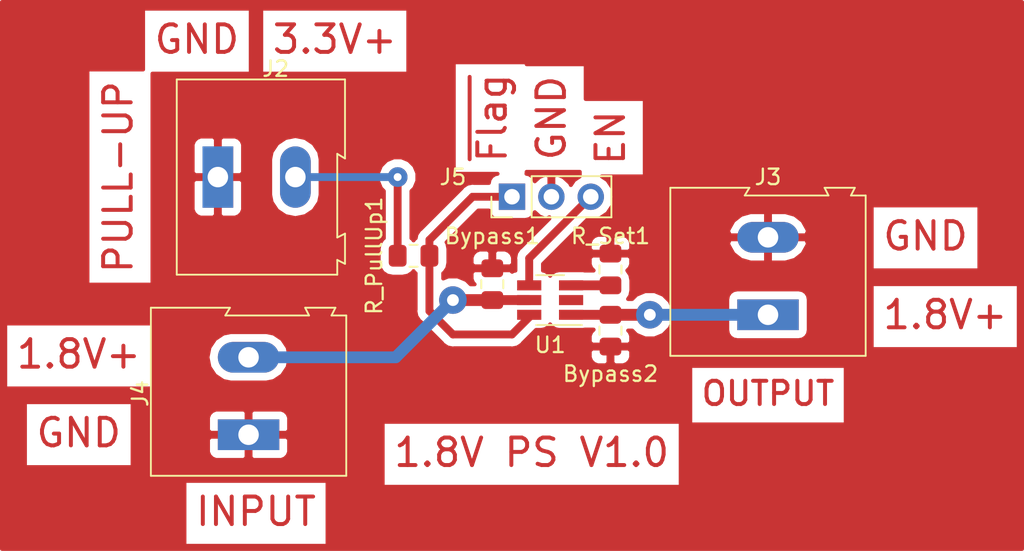
<source format=kicad_pcb>
(kicad_pcb (version 20171130) (host pcbnew "(5.0.2)-1")

  (general
    (thickness 1.6)
    (drawings 13)
    (tracks 23)
    (zones 0)
    (modules 9)
    (nets 8)
  )

  (page A4)
  (layers
    (0 F.Cu signal)
    (31 B.Cu signal)
    (32 B.Adhes user)
    (33 F.Adhes user)
    (34 B.Paste user hide)
    (35 F.Paste user hide)
    (36 B.SilkS user hide)
    (37 F.SilkS user hide)
    (38 B.Mask user hide)
    (39 F.Mask user hide)
    (40 Dwgs.User user hide)
    (41 Cmts.User user hide)
    (42 Eco1.User user hide)
    (43 Eco2.User user hide)
    (44 Edge.Cuts user hide)
    (45 Margin user hide)
    (46 B.CrtYd user)
    (47 F.CrtYd user)
    (48 B.Fab user)
    (49 F.Fab user hide)
  )

  (setup
    (last_trace_width 0.25)
    (trace_clearance 0.2)
    (zone_clearance 0.508)
    (zone_45_only no)
    (trace_min 0.2)
    (segment_width 0.2)
    (edge_width 0.15)
    (via_size 0.8)
    (via_drill 0.4)
    (via_min_size 0.4)
    (via_min_drill 0.3)
    (uvia_size 0.3)
    (uvia_drill 0.1)
    (uvias_allowed no)
    (uvia_min_size 0.2)
    (uvia_min_drill 0.1)
    (pcb_text_width 0.3)
    (pcb_text_size 1.5 1.5)
    (mod_edge_width 0.15)
    (mod_text_size 1 1)
    (mod_text_width 0.15)
    (pad_size 1.524 1.524)
    (pad_drill 0.762)
    (pad_to_mask_clearance 0.051)
    (solder_mask_min_width 0.25)
    (aux_axis_origin 0 0)
    (visible_elements 7FFFFFFF)
    (pcbplotparams
      (layerselection 0x01000_ffffffff)
      (usegerberextensions false)
      (usegerberattributes false)
      (usegerberadvancedattributes false)
      (creategerberjobfile false)
      (excludeedgelayer true)
      (linewidth 0.100000)
      (plotframeref false)
      (viasonmask false)
      (mode 1)
      (useauxorigin false)
      (hpglpennumber 1)
      (hpglpenspeed 20)
      (hpglpendiameter 15.000000)
      (psnegative false)
      (psa4output false)
      (plotreference true)
      (plotvalue true)
      (plotinvisibletext false)
      (padsonsilk false)
      (subtractmaskfromsilk false)
      (outputformat 1)
      (mirror false)
      (drillshape 0)
      (scaleselection 1)
      (outputdirectory "E:/Power Switch A Drills/"))
  )

  (net 0 "")
  (net 1 GND)
  (net 2 "Net-(J2-Pad2)")
  (net 3 "Net-(R_Set1-Pad1)")
  (net 4 "Net-(J5-Pad1)")
  (net 5 "Net-(J5-Pad3)")
  (net 6 "Net-(Bypass1-Pad2)")
  (net 7 "Net-(Bypass2-Pad2)")

  (net_class Default "This is the default net class."
    (clearance 0.2)
    (trace_width 0.25)
    (via_dia 0.8)
    (via_drill 0.4)
    (uvia_dia 0.3)
    (uvia_drill 0.1)
    (add_net GND)
    (add_net "Net-(Bypass1-Pad2)")
    (add_net "Net-(Bypass2-Pad2)")
    (add_net "Net-(J2-Pad2)")
    (add_net "Net-(J5-Pad1)")
    (add_net "Net-(J5-Pad3)")
    (add_net "Net-(R_Set1-Pad1)")
  )

  (module TerminalBlock:TerminalBlock_Altech_AK300-2_P5.00mm (layer F.Cu) (tedit 59FF0306) (tstamp 5CBABBED)
    (at 104.22 90.17)
    (descr "Altech AK300 terminal block, pitch 5.0mm, 45 degree angled, see http://www.mouser.com/ds/2/16/PCBMETRC-24178.pdf")
    (tags "Altech AK300 terminal block pitch 5.0mm")
    (path /5CAE3D59)
    (fp_text reference J2 (at 3.73 -6.99) (layer F.SilkS)
      (effects (font (size 1 1) (thickness 0.15)))
    )
    (fp_text value Screw_Terminal_01x02 (at 2.78 7.75) (layer F.Fab)
      (effects (font (size 1 1) (thickness 0.15)))
    )
    (fp_text user %R (at 2.5 -2) (layer F.Fab)
      (effects (font (size 1 1) (thickness 0.15)))
    )
    (fp_line (start -2.65 -6.3) (end -2.65 6.3) (layer F.SilkS) (width 0.12))
    (fp_line (start -2.65 6.3) (end 7.7 6.3) (layer F.SilkS) (width 0.12))
    (fp_line (start 7.7 6.3) (end 7.7 5.35) (layer F.SilkS) (width 0.12))
    (fp_line (start 7.7 5.35) (end 8.2 5.6) (layer F.SilkS) (width 0.12))
    (fp_line (start 8.2 5.6) (end 8.2 3.7) (layer F.SilkS) (width 0.12))
    (fp_line (start 8.2 3.7) (end 8.2 3.65) (layer F.SilkS) (width 0.12))
    (fp_line (start 8.2 3.65) (end 7.7 3.9) (layer F.SilkS) (width 0.12))
    (fp_line (start 7.7 3.9) (end 7.7 -1.5) (layer F.SilkS) (width 0.12))
    (fp_line (start 7.7 -1.5) (end 8.2 -1.2) (layer F.SilkS) (width 0.12))
    (fp_line (start 8.2 -1.2) (end 8.2 -6.3) (layer F.SilkS) (width 0.12))
    (fp_line (start 8.2 -6.3) (end -2.65 -6.3) (layer F.SilkS) (width 0.12))
    (fp_line (start -1.26 2.54) (end 1.28 2.54) (layer F.Fab) (width 0.1))
    (fp_line (start 1.28 2.54) (end 1.28 -0.25) (layer F.Fab) (width 0.1))
    (fp_line (start -1.26 -0.25) (end 1.28 -0.25) (layer F.Fab) (width 0.1))
    (fp_line (start -1.26 2.54) (end -1.26 -0.25) (layer F.Fab) (width 0.1))
    (fp_line (start 3.74 2.54) (end 6.28 2.54) (layer F.Fab) (width 0.1))
    (fp_line (start 6.28 2.54) (end 6.28 -0.25) (layer F.Fab) (width 0.1))
    (fp_line (start 3.74 -0.25) (end 6.28 -0.25) (layer F.Fab) (width 0.1))
    (fp_line (start 3.74 2.54) (end 3.74 -0.25) (layer F.Fab) (width 0.1))
    (fp_line (start 7.61 -6.22) (end 7.61 -3.17) (layer F.Fab) (width 0.1))
    (fp_line (start 7.61 -6.22) (end -2.58 -6.22) (layer F.Fab) (width 0.1))
    (fp_line (start 7.61 -6.22) (end 8.11 -6.22) (layer F.Fab) (width 0.1))
    (fp_line (start 8.11 -6.22) (end 8.11 -1.4) (layer F.Fab) (width 0.1))
    (fp_line (start 8.11 -1.4) (end 7.61 -1.65) (layer F.Fab) (width 0.1))
    (fp_line (start 8.11 5.46) (end 7.61 5.21) (layer F.Fab) (width 0.1))
    (fp_line (start 7.61 5.21) (end 7.61 6.22) (layer F.Fab) (width 0.1))
    (fp_line (start 8.11 3.81) (end 7.61 4.06) (layer F.Fab) (width 0.1))
    (fp_line (start 7.61 4.06) (end 7.61 5.21) (layer F.Fab) (width 0.1))
    (fp_line (start 8.11 3.81) (end 8.11 5.46) (layer F.Fab) (width 0.1))
    (fp_line (start 2.98 6.22) (end 2.98 4.32) (layer F.Fab) (width 0.1))
    (fp_line (start 7.05 -0.25) (end 7.05 4.32) (layer F.Fab) (width 0.1))
    (fp_line (start 2.98 6.22) (end 7.05 6.22) (layer F.Fab) (width 0.1))
    (fp_line (start 7.05 6.22) (end 7.61 6.22) (layer F.Fab) (width 0.1))
    (fp_line (start 2.04 6.22) (end 2.04 4.32) (layer F.Fab) (width 0.1))
    (fp_line (start 2.04 6.22) (end 2.98 6.22) (layer F.Fab) (width 0.1))
    (fp_line (start -2.02 -0.25) (end -2.02 4.32) (layer F.Fab) (width 0.1))
    (fp_line (start -2.58 6.22) (end -2.02 6.22) (layer F.Fab) (width 0.1))
    (fp_line (start -2.02 6.22) (end 2.04 6.22) (layer F.Fab) (width 0.1))
    (fp_line (start 2.98 4.32) (end 7.05 4.32) (layer F.Fab) (width 0.1))
    (fp_line (start 2.98 4.32) (end 2.98 -0.25) (layer F.Fab) (width 0.1))
    (fp_line (start 7.05 4.32) (end 7.05 6.22) (layer F.Fab) (width 0.1))
    (fp_line (start 2.04 4.32) (end -2.02 4.32) (layer F.Fab) (width 0.1))
    (fp_line (start 2.04 4.32) (end 2.04 -0.25) (layer F.Fab) (width 0.1))
    (fp_line (start -2.02 4.32) (end -2.02 6.22) (layer F.Fab) (width 0.1))
    (fp_line (start 6.67 3.68) (end 6.67 0.51) (layer F.Fab) (width 0.1))
    (fp_line (start 6.67 3.68) (end 3.36 3.68) (layer F.Fab) (width 0.1))
    (fp_line (start 3.36 3.68) (end 3.36 0.51) (layer F.Fab) (width 0.1))
    (fp_line (start 1.66 3.68) (end 1.66 0.51) (layer F.Fab) (width 0.1))
    (fp_line (start 1.66 3.68) (end -1.64 3.68) (layer F.Fab) (width 0.1))
    (fp_line (start -1.64 3.68) (end -1.64 0.51) (layer F.Fab) (width 0.1))
    (fp_line (start -1.64 0.51) (end -1.26 0.51) (layer F.Fab) (width 0.1))
    (fp_line (start 1.66 0.51) (end 1.28 0.51) (layer F.Fab) (width 0.1))
    (fp_line (start 3.36 0.51) (end 3.74 0.51) (layer F.Fab) (width 0.1))
    (fp_line (start 6.67 0.51) (end 6.28 0.51) (layer F.Fab) (width 0.1))
    (fp_line (start -2.58 6.22) (end -2.58 -0.64) (layer F.Fab) (width 0.1))
    (fp_line (start -2.58 -0.64) (end -2.58 -3.17) (layer F.Fab) (width 0.1))
    (fp_line (start 7.61 -1.65) (end 7.61 -0.64) (layer F.Fab) (width 0.1))
    (fp_line (start 7.61 -0.64) (end 7.61 4.06) (layer F.Fab) (width 0.1))
    (fp_line (start -2.58 -3.17) (end 7.61 -3.17) (layer F.Fab) (width 0.1))
    (fp_line (start -2.58 -3.17) (end -2.58 -6.22) (layer F.Fab) (width 0.1))
    (fp_line (start 7.61 -3.17) (end 7.61 -1.65) (layer F.Fab) (width 0.1))
    (fp_line (start 2.98 -3.43) (end 2.98 -5.97) (layer F.Fab) (width 0.1))
    (fp_line (start 2.98 -5.97) (end 7.05 -5.97) (layer F.Fab) (width 0.1))
    (fp_line (start 7.05 -5.97) (end 7.05 -3.43) (layer F.Fab) (width 0.1))
    (fp_line (start 7.05 -3.43) (end 2.98 -3.43) (layer F.Fab) (width 0.1))
    (fp_line (start 2.04 -3.43) (end 2.04 -5.97) (layer F.Fab) (width 0.1))
    (fp_line (start 2.04 -3.43) (end -2.02 -3.43) (layer F.Fab) (width 0.1))
    (fp_line (start -2.02 -3.43) (end -2.02 -5.97) (layer F.Fab) (width 0.1))
    (fp_line (start 2.04 -5.97) (end -2.02 -5.97) (layer F.Fab) (width 0.1))
    (fp_line (start 3.39 -4.45) (end 6.44 -5.08) (layer F.Fab) (width 0.1))
    (fp_line (start 3.52 -4.32) (end 6.56 -4.95) (layer F.Fab) (width 0.1))
    (fp_line (start -1.62 -4.45) (end 1.44 -5.08) (layer F.Fab) (width 0.1))
    (fp_line (start -1.49 -4.32) (end 1.56 -4.95) (layer F.Fab) (width 0.1))
    (fp_line (start -2.02 -0.25) (end -1.64 -0.25) (layer F.Fab) (width 0.1))
    (fp_line (start 2.04 -0.25) (end 1.66 -0.25) (layer F.Fab) (width 0.1))
    (fp_line (start 1.66 -0.25) (end -1.64 -0.25) (layer F.Fab) (width 0.1))
    (fp_line (start -2.58 -0.64) (end -1.64 -0.64) (layer F.Fab) (width 0.1))
    (fp_line (start -1.64 -0.64) (end 1.66 -0.64) (layer F.Fab) (width 0.1))
    (fp_line (start 1.66 -0.64) (end 3.36 -0.64) (layer F.Fab) (width 0.1))
    (fp_line (start 7.61 -0.64) (end 6.67 -0.64) (layer F.Fab) (width 0.1))
    (fp_line (start 6.67 -0.64) (end 3.36 -0.64) (layer F.Fab) (width 0.1))
    (fp_line (start 7.05 -0.25) (end 6.67 -0.25) (layer F.Fab) (width 0.1))
    (fp_line (start 2.98 -0.25) (end 3.36 -0.25) (layer F.Fab) (width 0.1))
    (fp_line (start 3.36 -0.25) (end 6.67 -0.25) (layer F.Fab) (width 0.1))
    (fp_line (start -2.83 -6.47) (end 8.36 -6.47) (layer F.CrtYd) (width 0.05))
    (fp_line (start -2.83 -6.47) (end -2.83 6.47) (layer F.CrtYd) (width 0.05))
    (fp_line (start 8.36 6.47) (end 8.36 -6.47) (layer F.CrtYd) (width 0.05))
    (fp_line (start 8.36 6.47) (end -2.83 6.47) (layer F.CrtYd) (width 0.05))
    (fp_arc (start 6.03 -4.59) (end 6.54 -5.05) (angle 90.5) (layer F.Fab) (width 0.1))
    (fp_arc (start 5.07 -6.07) (end 6.53 -4.12) (angle 75.5) (layer F.Fab) (width 0.1))
    (fp_arc (start 4.99 -3.71) (end 3.39 -5) (angle 100) (layer F.Fab) (width 0.1))
    (fp_arc (start 3.87 -4.65) (end 3.58 -4.13) (angle 104.2) (layer F.Fab) (width 0.1))
    (fp_arc (start 1.03 -4.59) (end 1.53 -5.05) (angle 90.5) (layer F.Fab) (width 0.1))
    (fp_arc (start 0.06 -6.07) (end 1.53 -4.12) (angle 75.5) (layer F.Fab) (width 0.1))
    (fp_arc (start -0.01 -3.71) (end -1.62 -5) (angle 100) (layer F.Fab) (width 0.1))
    (fp_arc (start -1.13 -4.65) (end -1.42 -4.13) (angle 104.2) (layer F.Fab) (width 0.1))
    (pad 1 thru_hole rect (at 0 0) (size 1.98 3.96) (drill 1.32) (layers *.Cu *.Mask)
      (net 1 GND))
    (pad 2 thru_hole oval (at 5 0) (size 1.98 3.96) (drill 1.32) (layers *.Cu *.Mask)
      (net 2 "Net-(J2-Pad2)"))
    (model ${KISYS3DMOD}/TerminalBlock.3dshapes/TerminalBlock_Altech_AK300-2_P5.00mm.wrl
      (at (xyz 0 0 0))
      (scale (xyz 1 1 1))
      (rotate (xyz 0 0 0))
    )
  )

  (module TerminalBlock:TerminalBlock_Altech_AK300-2_P5.00mm (layer F.Cu) (tedit 59FF0306) (tstamp 5CBABC54)
    (at 139.7 99.06 90)
    (descr "Altech AK300 terminal block, pitch 5.0mm, 45 degree angled, see http://www.mouser.com/ds/2/16/PCBMETRC-24178.pdf")
    (tags "Altech AK300 terminal block pitch 5.0mm")
    (path /5CAE2D19)
    (fp_text reference J3 (at 8.89 0 180) (layer F.SilkS)
      (effects (font (size 1 1) (thickness 0.15)))
    )
    (fp_text value Screw_Terminal_01x02 (at 2.78 7.75 90) (layer F.Fab)
      (effects (font (size 1 1) (thickness 0.15)))
    )
    (fp_text user %R (at 2.5 -2 90) (layer F.Fab)
      (effects (font (size 1 1) (thickness 0.15)))
    )
    (fp_line (start -2.65 -6.3) (end -2.65 6.3) (layer F.SilkS) (width 0.12))
    (fp_line (start -2.65 6.3) (end 7.7 6.3) (layer F.SilkS) (width 0.12))
    (fp_line (start 7.7 6.3) (end 7.7 5.35) (layer F.SilkS) (width 0.12))
    (fp_line (start 7.7 5.35) (end 8.2 5.6) (layer F.SilkS) (width 0.12))
    (fp_line (start 8.2 5.6) (end 8.2 3.7) (layer F.SilkS) (width 0.12))
    (fp_line (start 8.2 3.7) (end 8.2 3.65) (layer F.SilkS) (width 0.12))
    (fp_line (start 8.2 3.65) (end 7.7 3.9) (layer F.SilkS) (width 0.12))
    (fp_line (start 7.7 3.9) (end 7.7 -1.5) (layer F.SilkS) (width 0.12))
    (fp_line (start 7.7 -1.5) (end 8.2 -1.2) (layer F.SilkS) (width 0.12))
    (fp_line (start 8.2 -1.2) (end 8.2 -6.3) (layer F.SilkS) (width 0.12))
    (fp_line (start 8.2 -6.3) (end -2.65 -6.3) (layer F.SilkS) (width 0.12))
    (fp_line (start -1.26 2.54) (end 1.28 2.54) (layer F.Fab) (width 0.1))
    (fp_line (start 1.28 2.54) (end 1.28 -0.25) (layer F.Fab) (width 0.1))
    (fp_line (start -1.26 -0.25) (end 1.28 -0.25) (layer F.Fab) (width 0.1))
    (fp_line (start -1.26 2.54) (end -1.26 -0.25) (layer F.Fab) (width 0.1))
    (fp_line (start 3.74 2.54) (end 6.28 2.54) (layer F.Fab) (width 0.1))
    (fp_line (start 6.28 2.54) (end 6.28 -0.25) (layer F.Fab) (width 0.1))
    (fp_line (start 3.74 -0.25) (end 6.28 -0.25) (layer F.Fab) (width 0.1))
    (fp_line (start 3.74 2.54) (end 3.74 -0.25) (layer F.Fab) (width 0.1))
    (fp_line (start 7.61 -6.22) (end 7.61 -3.17) (layer F.Fab) (width 0.1))
    (fp_line (start 7.61 -6.22) (end -2.58 -6.22) (layer F.Fab) (width 0.1))
    (fp_line (start 7.61 -6.22) (end 8.11 -6.22) (layer F.Fab) (width 0.1))
    (fp_line (start 8.11 -6.22) (end 8.11 -1.4) (layer F.Fab) (width 0.1))
    (fp_line (start 8.11 -1.4) (end 7.61 -1.65) (layer F.Fab) (width 0.1))
    (fp_line (start 8.11 5.46) (end 7.61 5.21) (layer F.Fab) (width 0.1))
    (fp_line (start 7.61 5.21) (end 7.61 6.22) (layer F.Fab) (width 0.1))
    (fp_line (start 8.11 3.81) (end 7.61 4.06) (layer F.Fab) (width 0.1))
    (fp_line (start 7.61 4.06) (end 7.61 5.21) (layer F.Fab) (width 0.1))
    (fp_line (start 8.11 3.81) (end 8.11 5.46) (layer F.Fab) (width 0.1))
    (fp_line (start 2.98 6.22) (end 2.98 4.32) (layer F.Fab) (width 0.1))
    (fp_line (start 7.05 -0.25) (end 7.05 4.32) (layer F.Fab) (width 0.1))
    (fp_line (start 2.98 6.22) (end 7.05 6.22) (layer F.Fab) (width 0.1))
    (fp_line (start 7.05 6.22) (end 7.61 6.22) (layer F.Fab) (width 0.1))
    (fp_line (start 2.04 6.22) (end 2.04 4.32) (layer F.Fab) (width 0.1))
    (fp_line (start 2.04 6.22) (end 2.98 6.22) (layer F.Fab) (width 0.1))
    (fp_line (start -2.02 -0.25) (end -2.02 4.32) (layer F.Fab) (width 0.1))
    (fp_line (start -2.58 6.22) (end -2.02 6.22) (layer F.Fab) (width 0.1))
    (fp_line (start -2.02 6.22) (end 2.04 6.22) (layer F.Fab) (width 0.1))
    (fp_line (start 2.98 4.32) (end 7.05 4.32) (layer F.Fab) (width 0.1))
    (fp_line (start 2.98 4.32) (end 2.98 -0.25) (layer F.Fab) (width 0.1))
    (fp_line (start 7.05 4.32) (end 7.05 6.22) (layer F.Fab) (width 0.1))
    (fp_line (start 2.04 4.32) (end -2.02 4.32) (layer F.Fab) (width 0.1))
    (fp_line (start 2.04 4.32) (end 2.04 -0.25) (layer F.Fab) (width 0.1))
    (fp_line (start -2.02 4.32) (end -2.02 6.22) (layer F.Fab) (width 0.1))
    (fp_line (start 6.67 3.68) (end 6.67 0.51) (layer F.Fab) (width 0.1))
    (fp_line (start 6.67 3.68) (end 3.36 3.68) (layer F.Fab) (width 0.1))
    (fp_line (start 3.36 3.68) (end 3.36 0.51) (layer F.Fab) (width 0.1))
    (fp_line (start 1.66 3.68) (end 1.66 0.51) (layer F.Fab) (width 0.1))
    (fp_line (start 1.66 3.68) (end -1.64 3.68) (layer F.Fab) (width 0.1))
    (fp_line (start -1.64 3.68) (end -1.64 0.51) (layer F.Fab) (width 0.1))
    (fp_line (start -1.64 0.51) (end -1.26 0.51) (layer F.Fab) (width 0.1))
    (fp_line (start 1.66 0.51) (end 1.28 0.51) (layer F.Fab) (width 0.1))
    (fp_line (start 3.36 0.51) (end 3.74 0.51) (layer F.Fab) (width 0.1))
    (fp_line (start 6.67 0.51) (end 6.28 0.51) (layer F.Fab) (width 0.1))
    (fp_line (start -2.58 6.22) (end -2.58 -0.64) (layer F.Fab) (width 0.1))
    (fp_line (start -2.58 -0.64) (end -2.58 -3.17) (layer F.Fab) (width 0.1))
    (fp_line (start 7.61 -1.65) (end 7.61 -0.64) (layer F.Fab) (width 0.1))
    (fp_line (start 7.61 -0.64) (end 7.61 4.06) (layer F.Fab) (width 0.1))
    (fp_line (start -2.58 -3.17) (end 7.61 -3.17) (layer F.Fab) (width 0.1))
    (fp_line (start -2.58 -3.17) (end -2.58 -6.22) (layer F.Fab) (width 0.1))
    (fp_line (start 7.61 -3.17) (end 7.61 -1.65) (layer F.Fab) (width 0.1))
    (fp_line (start 2.98 -3.43) (end 2.98 -5.97) (layer F.Fab) (width 0.1))
    (fp_line (start 2.98 -5.97) (end 7.05 -5.97) (layer F.Fab) (width 0.1))
    (fp_line (start 7.05 -5.97) (end 7.05 -3.43) (layer F.Fab) (width 0.1))
    (fp_line (start 7.05 -3.43) (end 2.98 -3.43) (layer F.Fab) (width 0.1))
    (fp_line (start 2.04 -3.43) (end 2.04 -5.97) (layer F.Fab) (width 0.1))
    (fp_line (start 2.04 -3.43) (end -2.02 -3.43) (layer F.Fab) (width 0.1))
    (fp_line (start -2.02 -3.43) (end -2.02 -5.97) (layer F.Fab) (width 0.1))
    (fp_line (start 2.04 -5.97) (end -2.02 -5.97) (layer F.Fab) (width 0.1))
    (fp_line (start 3.39 -4.45) (end 6.44 -5.08) (layer F.Fab) (width 0.1))
    (fp_line (start 3.52 -4.32) (end 6.56 -4.95) (layer F.Fab) (width 0.1))
    (fp_line (start -1.62 -4.45) (end 1.44 -5.08) (layer F.Fab) (width 0.1))
    (fp_line (start -1.49 -4.32) (end 1.56 -4.95) (layer F.Fab) (width 0.1))
    (fp_line (start -2.02 -0.25) (end -1.64 -0.25) (layer F.Fab) (width 0.1))
    (fp_line (start 2.04 -0.25) (end 1.66 -0.25) (layer F.Fab) (width 0.1))
    (fp_line (start 1.66 -0.25) (end -1.64 -0.25) (layer F.Fab) (width 0.1))
    (fp_line (start -2.58 -0.64) (end -1.64 -0.64) (layer F.Fab) (width 0.1))
    (fp_line (start -1.64 -0.64) (end 1.66 -0.64) (layer F.Fab) (width 0.1))
    (fp_line (start 1.66 -0.64) (end 3.36 -0.64) (layer F.Fab) (width 0.1))
    (fp_line (start 7.61 -0.64) (end 6.67 -0.64) (layer F.Fab) (width 0.1))
    (fp_line (start 6.67 -0.64) (end 3.36 -0.64) (layer F.Fab) (width 0.1))
    (fp_line (start 7.05 -0.25) (end 6.67 -0.25) (layer F.Fab) (width 0.1))
    (fp_line (start 2.98 -0.25) (end 3.36 -0.25) (layer F.Fab) (width 0.1))
    (fp_line (start 3.36 -0.25) (end 6.67 -0.25) (layer F.Fab) (width 0.1))
    (fp_line (start -2.83 -6.47) (end 8.36 -6.47) (layer F.CrtYd) (width 0.05))
    (fp_line (start -2.83 -6.47) (end -2.83 6.47) (layer F.CrtYd) (width 0.05))
    (fp_line (start 8.36 6.47) (end 8.36 -6.47) (layer F.CrtYd) (width 0.05))
    (fp_line (start 8.36 6.47) (end -2.83 6.47) (layer F.CrtYd) (width 0.05))
    (fp_arc (start 6.03 -4.59) (end 6.54 -5.05) (angle 90.5) (layer F.Fab) (width 0.1))
    (fp_arc (start 5.07 -6.07) (end 6.53 -4.12) (angle 75.5) (layer F.Fab) (width 0.1))
    (fp_arc (start 4.99 -3.71) (end 3.39 -5) (angle 100) (layer F.Fab) (width 0.1))
    (fp_arc (start 3.87 -4.65) (end 3.58 -4.13) (angle 104.2) (layer F.Fab) (width 0.1))
    (fp_arc (start 1.03 -4.59) (end 1.53 -5.05) (angle 90.5) (layer F.Fab) (width 0.1))
    (fp_arc (start 0.06 -6.07) (end 1.53 -4.12) (angle 75.5) (layer F.Fab) (width 0.1))
    (fp_arc (start -0.01 -3.71) (end -1.62 -5) (angle 100) (layer F.Fab) (width 0.1))
    (fp_arc (start -1.13 -4.65) (end -1.42 -4.13) (angle 104.2) (layer F.Fab) (width 0.1))
    (pad 1 thru_hole rect (at 0 0 90) (size 1.98 3.96) (drill 1.32) (layers *.Cu *.Mask)
      (net 7 "Net-(Bypass2-Pad2)"))
    (pad 2 thru_hole oval (at 5 0 90) (size 1.98 3.96) (drill 1.32) (layers *.Cu *.Mask)
      (net 1 GND))
    (model ${KISYS3DMOD}/TerminalBlock.3dshapes/TerminalBlock_Altech_AK300-2_P5.00mm.wrl
      (at (xyz 0 0 0))
      (scale (xyz 1 1 1))
      (rotate (xyz 0 0 0))
    )
  )

  (module TerminalBlock:TerminalBlock_Altech_AK300-2_P5.00mm (layer F.Cu) (tedit 59FF0306) (tstamp 5CBABCBB)
    (at 106.200286 106.804057 90)
    (descr "Altech AK300 terminal block, pitch 5.0mm, 45 degree angled, see http://www.mouser.com/ds/2/16/PCBMETRC-24178.pdf")
    (tags "Altech AK300 terminal block pitch 5.0mm")
    (path /5CAE3927)
    (fp_text reference J4 (at 2.664057 -6.99 90) (layer F.SilkS)
      (effects (font (size 1 1) (thickness 0.15)))
    )
    (fp_text value Screw_Terminal_01x02 (at 2.78 7.75 90) (layer F.Fab)
      (effects (font (size 1 1) (thickness 0.15)))
    )
    (fp_arc (start -1.13 -4.65) (end -1.42 -4.13) (angle 104.2) (layer F.Fab) (width 0.1))
    (fp_arc (start -0.01 -3.71) (end -1.62 -5) (angle 100) (layer F.Fab) (width 0.1))
    (fp_arc (start 0.06 -6.07) (end 1.53 -4.12) (angle 75.5) (layer F.Fab) (width 0.1))
    (fp_arc (start 1.03 -4.59) (end 1.53 -5.05) (angle 90.5) (layer F.Fab) (width 0.1))
    (fp_arc (start 3.87 -4.65) (end 3.58 -4.13) (angle 104.2) (layer F.Fab) (width 0.1))
    (fp_arc (start 4.99 -3.71) (end 3.39 -5) (angle 100) (layer F.Fab) (width 0.1))
    (fp_arc (start 5.07 -6.07) (end 6.53 -4.12) (angle 75.5) (layer F.Fab) (width 0.1))
    (fp_arc (start 6.03 -4.59) (end 6.54 -5.05) (angle 90.5) (layer F.Fab) (width 0.1))
    (fp_line (start 8.36 6.47) (end -2.83 6.47) (layer F.CrtYd) (width 0.05))
    (fp_line (start 8.36 6.47) (end 8.36 -6.47) (layer F.CrtYd) (width 0.05))
    (fp_line (start -2.83 -6.47) (end -2.83 6.47) (layer F.CrtYd) (width 0.05))
    (fp_line (start -2.83 -6.47) (end 8.36 -6.47) (layer F.CrtYd) (width 0.05))
    (fp_line (start 3.36 -0.25) (end 6.67 -0.25) (layer F.Fab) (width 0.1))
    (fp_line (start 2.98 -0.25) (end 3.36 -0.25) (layer F.Fab) (width 0.1))
    (fp_line (start 7.05 -0.25) (end 6.67 -0.25) (layer F.Fab) (width 0.1))
    (fp_line (start 6.67 -0.64) (end 3.36 -0.64) (layer F.Fab) (width 0.1))
    (fp_line (start 7.61 -0.64) (end 6.67 -0.64) (layer F.Fab) (width 0.1))
    (fp_line (start 1.66 -0.64) (end 3.36 -0.64) (layer F.Fab) (width 0.1))
    (fp_line (start -1.64 -0.64) (end 1.66 -0.64) (layer F.Fab) (width 0.1))
    (fp_line (start -2.58 -0.64) (end -1.64 -0.64) (layer F.Fab) (width 0.1))
    (fp_line (start 1.66 -0.25) (end -1.64 -0.25) (layer F.Fab) (width 0.1))
    (fp_line (start 2.04 -0.25) (end 1.66 -0.25) (layer F.Fab) (width 0.1))
    (fp_line (start -2.02 -0.25) (end -1.64 -0.25) (layer F.Fab) (width 0.1))
    (fp_line (start -1.49 -4.32) (end 1.56 -4.95) (layer F.Fab) (width 0.1))
    (fp_line (start -1.62 -4.45) (end 1.44 -5.08) (layer F.Fab) (width 0.1))
    (fp_line (start 3.52 -4.32) (end 6.56 -4.95) (layer F.Fab) (width 0.1))
    (fp_line (start 3.39 -4.45) (end 6.44 -5.08) (layer F.Fab) (width 0.1))
    (fp_line (start 2.04 -5.97) (end -2.02 -5.97) (layer F.Fab) (width 0.1))
    (fp_line (start -2.02 -3.43) (end -2.02 -5.97) (layer F.Fab) (width 0.1))
    (fp_line (start 2.04 -3.43) (end -2.02 -3.43) (layer F.Fab) (width 0.1))
    (fp_line (start 2.04 -3.43) (end 2.04 -5.97) (layer F.Fab) (width 0.1))
    (fp_line (start 7.05 -3.43) (end 2.98 -3.43) (layer F.Fab) (width 0.1))
    (fp_line (start 7.05 -5.97) (end 7.05 -3.43) (layer F.Fab) (width 0.1))
    (fp_line (start 2.98 -5.97) (end 7.05 -5.97) (layer F.Fab) (width 0.1))
    (fp_line (start 2.98 -3.43) (end 2.98 -5.97) (layer F.Fab) (width 0.1))
    (fp_line (start 7.61 -3.17) (end 7.61 -1.65) (layer F.Fab) (width 0.1))
    (fp_line (start -2.58 -3.17) (end -2.58 -6.22) (layer F.Fab) (width 0.1))
    (fp_line (start -2.58 -3.17) (end 7.61 -3.17) (layer F.Fab) (width 0.1))
    (fp_line (start 7.61 -0.64) (end 7.61 4.06) (layer F.Fab) (width 0.1))
    (fp_line (start 7.61 -1.65) (end 7.61 -0.64) (layer F.Fab) (width 0.1))
    (fp_line (start -2.58 -0.64) (end -2.58 -3.17) (layer F.Fab) (width 0.1))
    (fp_line (start -2.58 6.22) (end -2.58 -0.64) (layer F.Fab) (width 0.1))
    (fp_line (start 6.67 0.51) (end 6.28 0.51) (layer F.Fab) (width 0.1))
    (fp_line (start 3.36 0.51) (end 3.74 0.51) (layer F.Fab) (width 0.1))
    (fp_line (start 1.66 0.51) (end 1.28 0.51) (layer F.Fab) (width 0.1))
    (fp_line (start -1.64 0.51) (end -1.26 0.51) (layer F.Fab) (width 0.1))
    (fp_line (start -1.64 3.68) (end -1.64 0.51) (layer F.Fab) (width 0.1))
    (fp_line (start 1.66 3.68) (end -1.64 3.68) (layer F.Fab) (width 0.1))
    (fp_line (start 1.66 3.68) (end 1.66 0.51) (layer F.Fab) (width 0.1))
    (fp_line (start 3.36 3.68) (end 3.36 0.51) (layer F.Fab) (width 0.1))
    (fp_line (start 6.67 3.68) (end 3.36 3.68) (layer F.Fab) (width 0.1))
    (fp_line (start 6.67 3.68) (end 6.67 0.51) (layer F.Fab) (width 0.1))
    (fp_line (start -2.02 4.32) (end -2.02 6.22) (layer F.Fab) (width 0.1))
    (fp_line (start 2.04 4.32) (end 2.04 -0.25) (layer F.Fab) (width 0.1))
    (fp_line (start 2.04 4.32) (end -2.02 4.32) (layer F.Fab) (width 0.1))
    (fp_line (start 7.05 4.32) (end 7.05 6.22) (layer F.Fab) (width 0.1))
    (fp_line (start 2.98 4.32) (end 2.98 -0.25) (layer F.Fab) (width 0.1))
    (fp_line (start 2.98 4.32) (end 7.05 4.32) (layer F.Fab) (width 0.1))
    (fp_line (start -2.02 6.22) (end 2.04 6.22) (layer F.Fab) (width 0.1))
    (fp_line (start -2.58 6.22) (end -2.02 6.22) (layer F.Fab) (width 0.1))
    (fp_line (start -2.02 -0.25) (end -2.02 4.32) (layer F.Fab) (width 0.1))
    (fp_line (start 2.04 6.22) (end 2.98 6.22) (layer F.Fab) (width 0.1))
    (fp_line (start 2.04 6.22) (end 2.04 4.32) (layer F.Fab) (width 0.1))
    (fp_line (start 7.05 6.22) (end 7.61 6.22) (layer F.Fab) (width 0.1))
    (fp_line (start 2.98 6.22) (end 7.05 6.22) (layer F.Fab) (width 0.1))
    (fp_line (start 7.05 -0.25) (end 7.05 4.32) (layer F.Fab) (width 0.1))
    (fp_line (start 2.98 6.22) (end 2.98 4.32) (layer F.Fab) (width 0.1))
    (fp_line (start 8.11 3.81) (end 8.11 5.46) (layer F.Fab) (width 0.1))
    (fp_line (start 7.61 4.06) (end 7.61 5.21) (layer F.Fab) (width 0.1))
    (fp_line (start 8.11 3.81) (end 7.61 4.06) (layer F.Fab) (width 0.1))
    (fp_line (start 7.61 5.21) (end 7.61 6.22) (layer F.Fab) (width 0.1))
    (fp_line (start 8.11 5.46) (end 7.61 5.21) (layer F.Fab) (width 0.1))
    (fp_line (start 8.11 -1.4) (end 7.61 -1.65) (layer F.Fab) (width 0.1))
    (fp_line (start 8.11 -6.22) (end 8.11 -1.4) (layer F.Fab) (width 0.1))
    (fp_line (start 7.61 -6.22) (end 8.11 -6.22) (layer F.Fab) (width 0.1))
    (fp_line (start 7.61 -6.22) (end -2.58 -6.22) (layer F.Fab) (width 0.1))
    (fp_line (start 7.61 -6.22) (end 7.61 -3.17) (layer F.Fab) (width 0.1))
    (fp_line (start 3.74 2.54) (end 3.74 -0.25) (layer F.Fab) (width 0.1))
    (fp_line (start 3.74 -0.25) (end 6.28 -0.25) (layer F.Fab) (width 0.1))
    (fp_line (start 6.28 2.54) (end 6.28 -0.25) (layer F.Fab) (width 0.1))
    (fp_line (start 3.74 2.54) (end 6.28 2.54) (layer F.Fab) (width 0.1))
    (fp_line (start -1.26 2.54) (end -1.26 -0.25) (layer F.Fab) (width 0.1))
    (fp_line (start -1.26 -0.25) (end 1.28 -0.25) (layer F.Fab) (width 0.1))
    (fp_line (start 1.28 2.54) (end 1.28 -0.25) (layer F.Fab) (width 0.1))
    (fp_line (start -1.26 2.54) (end 1.28 2.54) (layer F.Fab) (width 0.1))
    (fp_line (start 8.2 -6.3) (end -2.65 -6.3) (layer F.SilkS) (width 0.12))
    (fp_line (start 8.2 -1.2) (end 8.2 -6.3) (layer F.SilkS) (width 0.12))
    (fp_line (start 7.7 -1.5) (end 8.2 -1.2) (layer F.SilkS) (width 0.12))
    (fp_line (start 7.7 3.9) (end 7.7 -1.5) (layer F.SilkS) (width 0.12))
    (fp_line (start 8.2 3.65) (end 7.7 3.9) (layer F.SilkS) (width 0.12))
    (fp_line (start 8.2 3.7) (end 8.2 3.65) (layer F.SilkS) (width 0.12))
    (fp_line (start 8.2 5.6) (end 8.2 3.7) (layer F.SilkS) (width 0.12))
    (fp_line (start 7.7 5.35) (end 8.2 5.6) (layer F.SilkS) (width 0.12))
    (fp_line (start 7.7 6.3) (end 7.7 5.35) (layer F.SilkS) (width 0.12))
    (fp_line (start -2.65 6.3) (end 7.7 6.3) (layer F.SilkS) (width 0.12))
    (fp_line (start -2.65 -6.3) (end -2.65 6.3) (layer F.SilkS) (width 0.12))
    (fp_text user %R (at 2.5 -2 90) (layer F.Fab)
      (effects (font (size 1 1) (thickness 0.15)))
    )
    (pad 2 thru_hole oval (at 5 0 90) (size 1.98 3.96) (drill 1.32) (layers *.Cu *.Mask)
      (net 6 "Net-(Bypass1-Pad2)"))
    (pad 1 thru_hole rect (at 0 0 90) (size 1.98 3.96) (drill 1.32) (layers *.Cu *.Mask)
      (net 1 GND))
    (model ${KISYS3DMOD}/TerminalBlock.3dshapes/TerminalBlock_Altech_AK300-2_P5.00mm.wrl
      (at (xyz 0 0 0))
      (scale (xyz 1 1 1))
      (rotate (xyz 0 0 0))
    )
  )

  (module Resistor_SMD:R_0805_2012Metric_Pad1.15x1.40mm_HandSolder (layer F.Cu) (tedit 5B36C52B) (tstamp 5CBABCE2)
    (at 116.84 95.25)
    (descr "Resistor SMD 0805 (2012 Metric), square (rectangular) end terminal, IPC_7351 nominal with elongated pad for handsoldering. (Body size source: https://docs.google.com/spreadsheets/d/1BsfQQcO9C6DZCsRaXUlFlo91Tg2WpOkGARC1WS5S8t0/edit?usp=sharing), generated with kicad-footprint-generator")
    (tags "resistor handsolder")
    (path /5CAE2C1C)
    (attr smd)
    (fp_text reference R_PullUp1 (at -2.54 0 90) (layer F.SilkS)
      (effects (font (size 1 1) (thickness 0.15)))
    )
    (fp_text value 10k (at 0 1.65) (layer F.Fab)
      (effects (font (size 1 1) (thickness 0.15)))
    )
    (fp_text user %R (at 0 0) (layer F.Fab)
      (effects (font (size 0.5 0.5) (thickness 0.08)))
    )
    (fp_line (start 1.85 0.95) (end -1.85 0.95) (layer F.CrtYd) (width 0.05))
    (fp_line (start 1.85 -0.95) (end 1.85 0.95) (layer F.CrtYd) (width 0.05))
    (fp_line (start -1.85 -0.95) (end 1.85 -0.95) (layer F.CrtYd) (width 0.05))
    (fp_line (start -1.85 0.95) (end -1.85 -0.95) (layer F.CrtYd) (width 0.05))
    (fp_line (start -0.261252 0.71) (end 0.261252 0.71) (layer F.SilkS) (width 0.12))
    (fp_line (start -0.261252 -0.71) (end 0.261252 -0.71) (layer F.SilkS) (width 0.12))
    (fp_line (start 1 0.6) (end -1 0.6) (layer F.Fab) (width 0.1))
    (fp_line (start 1 -0.6) (end 1 0.6) (layer F.Fab) (width 0.1))
    (fp_line (start -1 -0.6) (end 1 -0.6) (layer F.Fab) (width 0.1))
    (fp_line (start -1 0.6) (end -1 -0.6) (layer F.Fab) (width 0.1))
    (pad 2 smd roundrect (at 1.025 0) (size 1.15 1.4) (layers F.Cu F.Paste F.Mask) (roundrect_rratio 0.217391)
      (net 4 "Net-(J5-Pad1)"))
    (pad 1 smd roundrect (at -1.025 0) (size 1.15 1.4) (layers F.Cu F.Paste F.Mask) (roundrect_rratio 0.217391)
      (net 2 "Net-(J2-Pad2)"))
    (model ${KISYS3DMOD}/Resistor_SMD.3dshapes/R_0805_2012Metric.wrl
      (at (xyz 0 0 0))
      (scale (xyz 1 1 1))
      (rotate (xyz 0 0 0))
    )
  )

  (module Resistor_SMD:R_0805_2012Metric_Pad1.15x1.40mm_HandSolder (layer F.Cu) (tedit 5B36C52B) (tstamp 5CBABCF3)
    (at 129.54 96.135 90)
    (descr "Resistor SMD 0805 (2012 Metric), square (rectangular) end terminal, IPC_7351 nominal with elongated pad for handsoldering. (Body size source: https://docs.google.com/spreadsheets/d/1BsfQQcO9C6DZCsRaXUlFlo91Tg2WpOkGARC1WS5S8t0/edit?usp=sharing), generated with kicad-footprint-generator")
    (tags "resistor handsolder")
    (path /5CAE34DD)
    (attr smd)
    (fp_text reference R_Set1 (at 2.155 0 180) (layer F.SilkS)
      (effects (font (size 1 1) (thickness 0.15)))
    )
    (fp_text value x (at 0 1.65 90) (layer F.Fab)
      (effects (font (size 1 1) (thickness 0.15)))
    )
    (fp_line (start -1 0.6) (end -1 -0.6) (layer F.Fab) (width 0.1))
    (fp_line (start -1 -0.6) (end 1 -0.6) (layer F.Fab) (width 0.1))
    (fp_line (start 1 -0.6) (end 1 0.6) (layer F.Fab) (width 0.1))
    (fp_line (start 1 0.6) (end -1 0.6) (layer F.Fab) (width 0.1))
    (fp_line (start -0.261252 -0.71) (end 0.261252 -0.71) (layer F.SilkS) (width 0.12))
    (fp_line (start -0.261252 0.71) (end 0.261252 0.71) (layer F.SilkS) (width 0.12))
    (fp_line (start -1.85 0.95) (end -1.85 -0.95) (layer F.CrtYd) (width 0.05))
    (fp_line (start -1.85 -0.95) (end 1.85 -0.95) (layer F.CrtYd) (width 0.05))
    (fp_line (start 1.85 -0.95) (end 1.85 0.95) (layer F.CrtYd) (width 0.05))
    (fp_line (start 1.85 0.95) (end -1.85 0.95) (layer F.CrtYd) (width 0.05))
    (fp_text user %R (at 0 0 90) (layer F.Fab)
      (effects (font (size 0.5 0.5) (thickness 0.08)))
    )
    (pad 1 smd roundrect (at -1.025 0 90) (size 1.15 1.4) (layers F.Cu F.Paste F.Mask) (roundrect_rratio 0.217391)
      (net 3 "Net-(R_Set1-Pad1)"))
    (pad 2 smd roundrect (at 1.025 0 90) (size 1.15 1.4) (layers F.Cu F.Paste F.Mask) (roundrect_rratio 0.217391)
      (net 1 GND))
    (model ${KISYS3DMOD}/Resistor_SMD.3dshapes/R_0805_2012Metric.wrl
      (at (xyz 0 0 0))
      (scale (xyz 1 1 1))
      (rotate (xyz 0 0 0))
    )
  )

  (module Connector_PinHeader_2.54mm:PinHeader_1x03_P2.54mm_Vertical (layer F.Cu) (tedit 59FED5CC) (tstamp 5CBB912C)
    (at 123.19 91.44 90)
    (descr "Through hole straight pin header, 1x03, 2.54mm pitch, single row")
    (tags "Through hole pin header THT 1x03 2.54mm single row")
    (path /5CAE3075)
    (fp_text reference J5 (at 1.27 -3.81 180) (layer F.SilkS)
      (effects (font (size 1 1) (thickness 0.15)))
    )
    (fp_text value Conn_01x03_Male (at 0 7.41 90) (layer F.Fab)
      (effects (font (size 1 1) (thickness 0.15)))
    )
    (fp_line (start -0.635 -1.27) (end 1.27 -1.27) (layer F.Fab) (width 0.1))
    (fp_line (start 1.27 -1.27) (end 1.27 6.35) (layer F.Fab) (width 0.1))
    (fp_line (start 1.27 6.35) (end -1.27 6.35) (layer F.Fab) (width 0.1))
    (fp_line (start -1.27 6.35) (end -1.27 -0.635) (layer F.Fab) (width 0.1))
    (fp_line (start -1.27 -0.635) (end -0.635 -1.27) (layer F.Fab) (width 0.1))
    (fp_line (start -1.33 6.41) (end 1.33 6.41) (layer F.SilkS) (width 0.12))
    (fp_line (start -1.33 1.27) (end -1.33 6.41) (layer F.SilkS) (width 0.12))
    (fp_line (start 1.33 1.27) (end 1.33 6.41) (layer F.SilkS) (width 0.12))
    (fp_line (start -1.33 1.27) (end 1.33 1.27) (layer F.SilkS) (width 0.12))
    (fp_line (start -1.33 0) (end -1.33 -1.33) (layer F.SilkS) (width 0.12))
    (fp_line (start -1.33 -1.33) (end 0 -1.33) (layer F.SilkS) (width 0.12))
    (fp_line (start -1.8 -1.8) (end -1.8 6.85) (layer F.CrtYd) (width 0.05))
    (fp_line (start -1.8 6.85) (end 1.8 6.85) (layer F.CrtYd) (width 0.05))
    (fp_line (start 1.8 6.85) (end 1.8 -1.8) (layer F.CrtYd) (width 0.05))
    (fp_line (start 1.8 -1.8) (end -1.8 -1.8) (layer F.CrtYd) (width 0.05))
    (fp_text user %R (at 0 2.54 180) (layer F.Fab)
      (effects (font (size 1 1) (thickness 0.15)))
    )
    (pad 1 thru_hole rect (at 0 0 90) (size 1.7 1.7) (drill 1) (layers *.Cu *.Mask)
      (net 4 "Net-(J5-Pad1)"))
    (pad 2 thru_hole oval (at 0 2.54 90) (size 1.7 1.7) (drill 1) (layers *.Cu *.Mask)
      (net 1 GND))
    (pad 3 thru_hole oval (at 0 5.08 90) (size 1.7 1.7) (drill 1) (layers *.Cu *.Mask)
      (net 5 "Net-(J5-Pad3)"))
    (model ${KISYS3DMOD}/Connector_PinHeader_2.54mm.3dshapes/PinHeader_1x03_P2.54mm_Vertical.wrl
      (at (xyz 0 0 0))
      (scale (xyz 1 1 1))
      (rotate (xyz 0 0 0))
    )
  )

  (module Capacitor_SMD:C_0805_2012Metric_Pad1.15x1.40mm_HandSolder (layer F.Cu) (tedit 5B36C52B) (tstamp 5CC35914)
    (at 121.92 97.085 270)
    (descr "Capacitor SMD 0805 (2012 Metric), square (rectangular) end terminal, IPC_7351 nominal with elongated pad for handsoldering. (Body size source: https://docs.google.com/spreadsheets/d/1BsfQQcO9C6DZCsRaXUlFlo91Tg2WpOkGARC1WS5S8t0/edit?usp=sharing), generated with kicad-footprint-generator")
    (tags "capacitor handsolder")
    (path /5CAE2F33)
    (attr smd)
    (fp_text reference Bypass1 (at -3.105 0) (layer F.SilkS)
      (effects (font (size 1 1) (thickness 0.15)))
    )
    (fp_text value 1uF (at 0 1.65 270) (layer F.Fab)
      (effects (font (size 1 1) (thickness 0.15)))
    )
    (fp_text user %R (at 0 0 270) (layer F.Fab)
      (effects (font (size 0.5 0.5) (thickness 0.08)))
    )
    (fp_line (start 1.85 0.95) (end -1.85 0.95) (layer F.CrtYd) (width 0.05))
    (fp_line (start 1.85 -0.95) (end 1.85 0.95) (layer F.CrtYd) (width 0.05))
    (fp_line (start -1.85 -0.95) (end 1.85 -0.95) (layer F.CrtYd) (width 0.05))
    (fp_line (start -1.85 0.95) (end -1.85 -0.95) (layer F.CrtYd) (width 0.05))
    (fp_line (start -0.261252 0.71) (end 0.261252 0.71) (layer F.SilkS) (width 0.12))
    (fp_line (start -0.261252 -0.71) (end 0.261252 -0.71) (layer F.SilkS) (width 0.12))
    (fp_line (start 1 0.6) (end -1 0.6) (layer F.Fab) (width 0.1))
    (fp_line (start 1 -0.6) (end 1 0.6) (layer F.Fab) (width 0.1))
    (fp_line (start -1 -0.6) (end 1 -0.6) (layer F.Fab) (width 0.1))
    (fp_line (start -1 0.6) (end -1 -0.6) (layer F.Fab) (width 0.1))
    (pad 2 smd roundrect (at 1.025 0 270) (size 1.15 1.4) (layers F.Cu F.Paste F.Mask) (roundrect_rratio 0.217391)
      (net 6 "Net-(Bypass1-Pad2)"))
    (pad 1 smd roundrect (at -1.025 0 270) (size 1.15 1.4) (layers F.Cu F.Paste F.Mask) (roundrect_rratio 0.217391)
      (net 1 GND))
    (model ${KISYS3DMOD}/Capacitor_SMD.3dshapes/C_0805_2012Metric.wrl
      (at (xyz 0 0 0))
      (scale (xyz 1 1 1))
      (rotate (xyz 0 0 0))
    )
  )

  (module Capacitor_SMD:C_0805_2012Metric_Pad1.15x1.40mm_HandSolder (layer F.Cu) (tedit 5B36C52B) (tstamp 5CC35925)
    (at 129.54 100.085 90)
    (descr "Capacitor SMD 0805 (2012 Metric), square (rectangular) end terminal, IPC_7351 nominal with elongated pad for handsoldering. (Body size source: https://docs.google.com/spreadsheets/d/1BsfQQcO9C6DZCsRaXUlFlo91Tg2WpOkGARC1WS5S8t0/edit?usp=sharing), generated with kicad-footprint-generator")
    (tags "capacitor handsolder")
    (path /5CAE2DCB)
    (attr smd)
    (fp_text reference Bypass2 (at -2.785 0 180) (layer F.SilkS)
      (effects (font (size 1 1) (thickness 0.15)))
    )
    (fp_text value 1uF (at 0 1.65 90) (layer F.Fab)
      (effects (font (size 1 1) (thickness 0.15)))
    )
    (fp_line (start -1 0.6) (end -1 -0.6) (layer F.Fab) (width 0.1))
    (fp_line (start -1 -0.6) (end 1 -0.6) (layer F.Fab) (width 0.1))
    (fp_line (start 1 -0.6) (end 1 0.6) (layer F.Fab) (width 0.1))
    (fp_line (start 1 0.6) (end -1 0.6) (layer F.Fab) (width 0.1))
    (fp_line (start -0.261252 -0.71) (end 0.261252 -0.71) (layer F.SilkS) (width 0.12))
    (fp_line (start -0.261252 0.71) (end 0.261252 0.71) (layer F.SilkS) (width 0.12))
    (fp_line (start -1.85 0.95) (end -1.85 -0.95) (layer F.CrtYd) (width 0.05))
    (fp_line (start -1.85 -0.95) (end 1.85 -0.95) (layer F.CrtYd) (width 0.05))
    (fp_line (start 1.85 -0.95) (end 1.85 0.95) (layer F.CrtYd) (width 0.05))
    (fp_line (start 1.85 0.95) (end -1.85 0.95) (layer F.CrtYd) (width 0.05))
    (fp_text user %R (at 0 0 90) (layer F.Fab)
      (effects (font (size 0.5 0.5) (thickness 0.08)))
    )
    (pad 1 smd roundrect (at -1.025 0 90) (size 1.15 1.4) (layers F.Cu F.Paste F.Mask) (roundrect_rratio 0.217391)
      (net 1 GND))
    (pad 2 smd roundrect (at 1.025 0 90) (size 1.15 1.4) (layers F.Cu F.Paste F.Mask) (roundrect_rratio 0.217391)
      (net 7 "Net-(Bypass2-Pad2)"))
    (model ${KISYS3DMOD}/Capacitor_SMD.3dshapes/C_0805_2012Metric.wrl
      (at (xyz 0 0 0))
      (scale (xyz 1 1 1))
      (rotate (xyz 0 0 0))
    )
  )

  (module Package_TO_SOT_SMD:SOT-23-6_Handsoldering (layer F.Cu) (tedit 5A02FF57) (tstamp 5CD0029D)
    (at 125.65 98.11 180)
    (descr "6-pin SOT-23 package, Handsoldering")
    (tags "SOT-23-6 Handsoldering")
    (path /5CC37682)
    (attr smd)
    (fp_text reference U1 (at 0 -2.9 180) (layer F.SilkS)
      (effects (font (size 1 1) (thickness 0.15)))
    )
    (fp_text value MAX4995A (at 0 2.9 180) (layer F.Fab)
      (effects (font (size 1 1) (thickness 0.15)))
    )
    (fp_text user %R (at 0 0 270) (layer F.Fab)
      (effects (font (size 0.5 0.5) (thickness 0.075)))
    )
    (fp_line (start -0.9 1.61) (end 0.9 1.61) (layer F.SilkS) (width 0.12))
    (fp_line (start 0.9 -1.61) (end -2.05 -1.61) (layer F.SilkS) (width 0.12))
    (fp_line (start -2.4 1.8) (end -2.4 -1.8) (layer F.CrtYd) (width 0.05))
    (fp_line (start 2.4 1.8) (end -2.4 1.8) (layer F.CrtYd) (width 0.05))
    (fp_line (start 2.4 -1.8) (end 2.4 1.8) (layer F.CrtYd) (width 0.05))
    (fp_line (start -2.4 -1.8) (end 2.4 -1.8) (layer F.CrtYd) (width 0.05))
    (fp_line (start -0.9 -0.9) (end -0.25 -1.55) (layer F.Fab) (width 0.1))
    (fp_line (start 0.9 -1.55) (end -0.25 -1.55) (layer F.Fab) (width 0.1))
    (fp_line (start -0.9 -0.9) (end -0.9 1.55) (layer F.Fab) (width 0.1))
    (fp_line (start 0.9 1.55) (end -0.9 1.55) (layer F.Fab) (width 0.1))
    (fp_line (start 0.9 -1.55) (end 0.9 1.55) (layer F.Fab) (width 0.1))
    (pad 1 smd rect (at -1.35 -0.95 180) (size 1.56 0.65) (layers F.Cu F.Paste F.Mask)
      (net 7 "Net-(Bypass2-Pad2)"))
    (pad 2 smd rect (at -1.35 0 180) (size 1.56 0.65) (layers F.Cu F.Paste F.Mask)
      (net 1 GND))
    (pad 3 smd rect (at -1.35 0.95 180) (size 1.56 0.65) (layers F.Cu F.Paste F.Mask)
      (net 3 "Net-(R_Set1-Pad1)"))
    (pad 4 smd rect (at 1.35 0.95 180) (size 1.56 0.65) (layers F.Cu F.Paste F.Mask)
      (net 5 "Net-(J5-Pad3)"))
    (pad 6 smd rect (at 1.35 -0.95 180) (size 1.56 0.65) (layers F.Cu F.Paste F.Mask)
      (net 4 "Net-(J5-Pad1)"))
    (pad 5 smd rect (at 1.35 0 180) (size 1.56 0.65) (layers F.Cu F.Paste F.Mask)
      (net 6 "Net-(Bypass1-Pad2)"))
    (model ${KISYS3DMOD}/Package_TO_SOT_SMD.3dshapes/SOT-23-6.wrl
      (at (xyz 0 0 0))
      (scale (xyz 1 1 1))
      (rotate (xyz 0 0 0))
    )
  )

  (gr_text PULL-UP (at 97.79 90.17 90) (layer F.Cu)
    (effects (font (size 1.778 1.778) (thickness 0.254)))
  )
  (gr_text OUTPUT (at 139.7 104.14) (layer F.Cu) (tstamp 5CD01310)
    (effects (font (size 1.5 1.5) (thickness 0.254)))
  )
  (gr_text INPUT (at 106.68 111.76) (layer F.Cu) (tstamp 5CD01310)
    (effects (font (size 1.778 1.778) (thickness 0.254)))
  )
  (gr_text GND (at 102.87 81.28) (layer F.Cu) (tstamp 5CD01310)
    (effects (font (size 1.778 1.778) (thickness 0.254)))
  )
  (gr_text EN (at 129.54 87.63 90) (layer F.Cu) (tstamp 5CD01310)
    (effects (font (size 1.778 1.778) (thickness 0.254)))
  )
  (gr_text GND (at 125.73 86.36 90) (layer F.Cu) (tstamp 5CD01310)
    (effects (font (size 1.778 1.778) (thickness 0.254)))
  )
  (gr_text 1.8V+ (at 95.25 101.6) (layer F.Cu) (tstamp 5CD01310)
    (effects (font (size 1.778 1.778) (thickness 0.254)))
  )
  (gr_text ~Flag (at 121.92 86.36 90) (layer F.Cu) (tstamp 5CD012EE)
    (effects (font (size 1.778 1.778) (thickness 0.254)))
  )
  (gr_text 3.3V+ (at 111.76 81.28) (layer F.Cu) (tstamp 5CD012EE)
    (effects (font (size 1.778 1.778) (thickness 0.254)))
  )
  (gr_text GND (at 149.86 93.98) (layer F.Cu) (tstamp 5CD012EE)
    (effects (font (size 1.778 1.778) (thickness 0.254)))
  )
  (gr_text 1.8V+ (at 151.13 99.06) (layer F.Cu)
    (effects (font (size 1.778 1.778) (thickness 0.254)))
  )
  (gr_text GND (at 95.25 106.68) (layer F.Cu)
    (effects (font (size 1.778 1.778) (thickness 0.254)))
  )
  (gr_text "1.8V PS V1.0" (at 124.46 107.95) (layer F.Cu)
    (effects (font (size 1.778 1.778) (thickness 0.254)))
  )

  (via (at 115.815 90.17) (size 1.27) (drill 0.508) (layers F.Cu B.Cu) (net 2))
  (segment (start 115.815 95.25) (end 115.815 90.17) (width 0.508) (layer F.Cu) (net 2))
  (segment (start 115.815 90.17) (end 109.22 90.17) (width 0.508) (layer B.Cu) (net 2))
  (segment (start 127 97.16) (end 129.54 97.16) (width 0.635) (layer F.Cu) (net 3))
  (segment (start 124.3 99.06) (end 124.3 99.22) (width 0.25) (layer F.Cu) (net 4))
  (segment (start 124.3 99.22) (end 123.19 100.33) (width 0.508) (layer F.Cu) (net 4))
  (segment (start 123.19 100.33) (end 119.38 100.33) (width 0.508) (layer F.Cu) (net 4))
  (segment (start 117.865 98.815) (end 117.865 95.25) (width 0.508) (layer F.Cu) (net 4))
  (segment (start 119.38 100.33) (end 117.865 98.815) (width 0.508) (layer F.Cu) (net 4))
  (segment (start 123.19 91.44) (end 120.65 91.44) (width 0.508) (layer F.Cu) (net 4))
  (segment (start 117.865 94.225) (end 117.865 95.25) (width 0.508) (layer F.Cu) (net 4))
  (segment (start 120.65 91.44) (end 117.865 94.225) (width 0.508) (layer F.Cu) (net 4))
  (segment (start 124.3 95.41) (end 124.3 97.16) (width 0.508) (layer F.Cu) (net 5))
  (segment (start 128.27 91.44) (end 124.3 95.41) (width 0.508) (layer F.Cu) (net 5))
  (via (at 119.38 98.11) (size 1.778) (drill 0.762) (layers F.Cu B.Cu) (net 6) (tstamp 5CDB052E))
  (segment (start 124.3 98.11) (end 121.92 98.11) (width 0.635) (layer F.Cu) (net 6))
  (segment (start 121.92 98.11) (end 119.38 98.11) (width 0.762) (layer F.Cu) (net 6))
  (segment (start 115.685943 101.804057) (end 119.38 98.11) (width 0.762) (layer B.Cu) (net 6))
  (segment (start 106.200286 101.804057) (end 115.685943 101.804057) (width 0.762) (layer B.Cu) (net 6))
  (via (at 132.08 99.06) (size 1.778) (drill 0.762) (layers F.Cu B.Cu) (net 7) (tstamp 5CDB052E))
  (segment (start 129.54 99.06) (end 127 99.06) (width 0.635) (layer F.Cu) (net 7))
  (segment (start 132.08 99.06) (end 129.54 99.06) (width 0.762) (layer F.Cu) (net 7))
  (segment (start 139.7 99.06) (end 132.08 99.06) (width 0.762) (layer B.Cu) (net 7))

  (zone (net 1) (net_name GND) (layer F.Cu) (tstamp 0) (hatch edge 0.508)
    (connect_pads (clearance 0.508))
    (min_thickness 0.254)
    (fill yes (arc_segments 16) (thermal_gap 0.508) (thermal_bridge_width 0.508))
    (polygon
      (pts
        (xy 90.17 78.74) (xy 156.21 78.74) (xy 156.21 114.3) (xy 90.17 114.3)
      )
    )
    (filled_polygon
      (pts
        (xy 156.083 114.173) (xy 90.297 114.173) (xy 90.297 109.78134) (xy 102.065667 109.78134) (xy 102.065667 113.97234)
        (xy 111.294334 113.97234) (xy 111.294334 109.78134) (xy 102.065667 109.78134) (xy 90.297 109.78134) (xy 90.297 104.70134)
        (xy 91.778667 104.70134) (xy 91.778667 108.89234) (xy 98.721334 108.89234) (xy 98.721334 107.089807) (xy 103.585286 107.089807)
        (xy 103.585286 107.920366) (xy 103.681959 108.153755) (xy 103.860587 108.332384) (xy 104.093976 108.429057) (xy 105.914536 108.429057)
        (xy 106.073286 108.270307) (xy 106.073286 106.931057) (xy 106.327286 106.931057) (xy 106.327286 108.270307) (xy 106.486036 108.429057)
        (xy 108.306596 108.429057) (xy 108.539985 108.332384) (xy 108.718613 108.153755) (xy 108.815286 107.920366) (xy 108.815286 107.089807)
        (xy 108.656536 106.931057) (xy 106.327286 106.931057) (xy 106.073286 106.931057) (xy 103.744036 106.931057) (xy 103.585286 107.089807)
        (xy 98.721334 107.089807) (xy 98.721334 105.687748) (xy 103.585286 105.687748) (xy 103.585286 106.518307) (xy 103.744036 106.677057)
        (xy 106.073286 106.677057) (xy 106.073286 105.337807) (xy 106.327286 105.337807) (xy 106.327286 106.677057) (xy 108.656536 106.677057)
        (xy 108.815286 106.518307) (xy 108.815286 105.97134) (xy 114.850334 105.97134) (xy 114.850334 110.16234) (xy 134.069667 110.16234)
        (xy 134.069667 105.97134) (xy 114.850334 105.97134) (xy 108.815286 105.97134) (xy 108.815286 105.687748) (xy 108.718613 105.454359)
        (xy 108.539985 105.27573) (xy 108.306596 105.179057) (xy 106.486036 105.179057) (xy 106.327286 105.337807) (xy 106.073286 105.337807)
        (xy 105.914536 105.179057) (xy 104.093976 105.179057) (xy 103.860587 105.27573) (xy 103.681959 105.454359) (xy 103.585286 105.687748)
        (xy 98.721334 105.687748) (xy 98.721334 104.70134) (xy 91.778667 104.70134) (xy 90.297 104.70134) (xy 90.297 99.62134)
        (xy 90.508667 99.62134) (xy 90.508667 103.81234) (xy 99.991334 103.81234) (xy 99.991334 101.804057) (xy 103.553451 101.804057)
        (xy 103.67957 102.4381) (xy 104.038727 102.975616) (xy 104.576243 103.334773) (xy 105.050241 103.429057) (xy 107.350331 103.429057)
        (xy 107.824329 103.334773) (xy 108.361845 102.975616) (xy 108.721002 102.4381) (xy 108.736238 102.3615) (xy 134.688 102.3615)
        (xy 134.688 106.1355) (xy 144.712 106.1355) (xy 144.712 102.3615) (xy 134.688 102.3615) (xy 108.736238 102.3615)
        (xy 108.847121 101.804057) (xy 108.765904 101.39575) (xy 128.205 101.39575) (xy 128.205 101.811309) (xy 128.301673 102.044698)
        (xy 128.480301 102.223327) (xy 128.71369 102.32) (xy 129.25425 102.32) (xy 129.413 102.16125) (xy 129.413 101.237)
        (xy 129.667 101.237) (xy 129.667 102.16125) (xy 129.82575 102.32) (xy 130.36631 102.32) (xy 130.599699 102.223327)
        (xy 130.778327 102.044698) (xy 130.875 101.811309) (xy 130.875 101.39575) (xy 130.71625 101.237) (xy 129.667 101.237)
        (xy 129.413 101.237) (xy 128.36375 101.237) (xy 128.205 101.39575) (xy 108.765904 101.39575) (xy 108.721002 101.170014)
        (xy 108.361845 100.632498) (xy 107.824329 100.273341) (xy 107.350331 100.179057) (xy 105.050241 100.179057) (xy 104.576243 100.273341)
        (xy 104.038727 100.632498) (xy 103.67957 101.170014) (xy 103.553451 101.804057) (xy 99.991334 101.804057) (xy 99.991334 99.62134)
        (xy 90.508667 99.62134) (xy 90.297 99.62134) (xy 90.297 83.227333) (xy 95.81134 83.227333) (xy 95.81134 97.112666)
        (xy 100.00234 97.112666) (xy 100.00234 90.45575) (xy 102.595 90.45575) (xy 102.595 92.27631) (xy 102.691673 92.509699)
        (xy 102.870302 92.688327) (xy 103.103691 92.785) (xy 103.93425 92.785) (xy 104.093 92.62625) (xy 104.093 90.297)
        (xy 104.347 90.297) (xy 104.347 92.62625) (xy 104.50575 92.785) (xy 105.336309 92.785) (xy 105.569698 92.688327)
        (xy 105.748327 92.509699) (xy 105.845 92.27631) (xy 105.845 90.45575) (xy 105.68625 90.297) (xy 104.347 90.297)
        (xy 104.093 90.297) (xy 102.75375 90.297) (xy 102.595 90.45575) (xy 100.00234 90.45575) (xy 100.00234 88.06369)
        (xy 102.595 88.06369) (xy 102.595 89.88425) (xy 102.75375 90.043) (xy 104.093 90.043) (xy 104.093 87.71375)
        (xy 104.347 87.71375) (xy 104.347 90.043) (xy 105.68625 90.043) (xy 105.845 89.88425) (xy 105.845 89.019956)
        (xy 107.595 89.019956) (xy 107.595001 91.320045) (xy 107.689285 91.794043) (xy 108.048442 92.331559) (xy 108.585958 92.690716)
        (xy 109.22 92.816835) (xy 109.854043 92.690716) (xy 110.391559 92.331559) (xy 110.750716 91.794043) (xy 110.845 91.320045)
        (xy 110.845 89.917381) (xy 114.545 89.917381) (xy 114.545 90.422619) (xy 114.738346 90.889397) (xy 114.926001 91.077052)
        (xy 114.926 94.11825) (xy 114.855414 94.165414) (xy 114.660873 94.456564) (xy 114.59256 94.799999) (xy 114.59256 95.700001)
        (xy 114.660873 96.043436) (xy 114.855414 96.334586) (xy 115.146564 96.529127) (xy 115.489999 96.59744) (xy 116.140001 96.59744)
        (xy 116.483436 96.529127) (xy 116.774586 96.334586) (xy 116.84 96.236687) (xy 116.905414 96.334586) (xy 116.976001 96.381751)
        (xy 116.976 98.727445) (xy 116.958584 98.815) (xy 116.976 98.902555) (xy 117.027581 99.161869) (xy 117.224067 99.455933)
        (xy 117.298296 99.505531) (xy 118.689471 100.896707) (xy 118.739067 100.970933) (xy 118.813293 101.020529) (xy 119.033129 101.167419)
        (xy 119.38 101.236416) (xy 119.467556 101.219) (xy 123.102445 101.219) (xy 123.19 101.236416) (xy 123.277555 101.219)
        (xy 123.277556 101.219) (xy 123.53687 101.167419) (xy 123.830933 100.970933) (xy 123.880531 100.896704) (xy 124.744796 100.03244)
        (xy 125.08 100.03244) (xy 125.327765 99.983157) (xy 125.537809 99.842809) (xy 125.65 99.674905) (xy 125.762191 99.842809)
        (xy 125.972235 99.983157) (xy 126.22 100.03244) (xy 127.78 100.03244) (xy 127.880246 100.0125) (xy 128.450679 100.0125)
        (xy 128.455414 100.019586) (xy 128.456597 100.020377) (xy 128.301673 100.175302) (xy 128.205 100.408691) (xy 128.205 100.82425)
        (xy 128.36375 100.983) (xy 129.413 100.983) (xy 129.413 100.963) (xy 129.667 100.963) (xy 129.667 100.983)
        (xy 130.71625 100.983) (xy 130.875 100.82425) (xy 130.875 100.408691) (xy 130.778327 100.175302) (xy 130.679026 100.076)
        (xy 130.940738 100.076) (xy 131.216723 100.351985) (xy 131.776858 100.584) (xy 132.383142 100.584) (xy 132.943277 100.351985)
        (xy 133.371985 99.923277) (xy 133.604 99.363142) (xy 133.604 98.756858) (xy 133.371985 98.196723) (xy 133.245262 98.07)
        (xy 137.07256 98.07) (xy 137.07256 100.05) (xy 137.121843 100.297765) (xy 137.262191 100.507809) (xy 137.472235 100.648157)
        (xy 137.72 100.69744) (xy 141.68 100.69744) (xy 141.927765 100.648157) (xy 142.137809 100.507809) (xy 142.278157 100.297765)
        (xy 142.32744 100.05) (xy 142.32744 98.07) (xy 142.278157 97.822235) (xy 142.137809 97.612191) (xy 141.927765 97.471843)
        (xy 141.68 97.42256) (xy 137.72 97.42256) (xy 137.472235 97.471843) (xy 137.262191 97.612191) (xy 137.121843 97.822235)
        (xy 137.07256 98.07) (xy 133.245262 98.07) (xy 132.943277 97.768015) (xy 132.383142 97.536) (xy 131.776858 97.536)
        (xy 131.216723 97.768015) (xy 130.940738 98.044) (xy 130.675091 98.044) (xy 130.819127 97.828436) (xy 130.88744 97.485001)
        (xy 130.88744 97.08134) (xy 146.388667 97.08134) (xy 146.388667 101.27234) (xy 155.871334 101.27234) (xy 155.871334 97.08134)
        (xy 146.388667 97.08134) (xy 130.88744 97.08134) (xy 130.88744 96.834999) (xy 130.819127 96.491564) (xy 130.624586 96.200414)
        (xy 130.623403 96.199623) (xy 130.778327 96.044698) (xy 130.875 95.811309) (xy 130.875 95.39575) (xy 130.71625 95.237)
        (xy 129.667 95.237) (xy 129.667 95.257) (xy 129.413 95.257) (xy 129.413 95.237) (xy 128.36375 95.237)
        (xy 128.205 95.39575) (xy 128.205 95.811309) (xy 128.301673 96.044698) (xy 128.456597 96.199623) (xy 128.455414 96.200414)
        (xy 128.450679 96.2075) (xy 127.880246 96.2075) (xy 127.78 96.18756) (xy 126.22 96.18756) (xy 125.972235 96.236843)
        (xy 125.762191 96.377191) (xy 125.65 96.545095) (xy 125.537809 96.377191) (xy 125.327765 96.236843) (xy 125.189 96.209241)
        (xy 125.189 95.778235) (xy 126.558544 94.408691) (xy 128.205 94.408691) (xy 128.205 94.82425) (xy 128.36375 94.983)
        (xy 129.413 94.983) (xy 129.413 94.05875) (xy 129.667 94.05875) (xy 129.667 94.983) (xy 130.71625 94.983)
        (xy 130.875 94.82425) (xy 130.875 94.438865) (xy 137.129782 94.438865) (xy 137.160095 94.564528) (xy 137.471149 95.119246)
        (xy 137.970807 95.512703) (xy 138.583 95.685) (xy 139.573 95.685) (xy 139.573 94.187) (xy 139.827 94.187)
        (xy 139.827 95.685) (xy 140.817 95.685) (xy 141.429193 95.512703) (xy 141.928851 95.119246) (xy 142.239905 94.564528)
        (xy 142.270218 94.438865) (xy 142.15074 94.187) (xy 139.827 94.187) (xy 139.573 94.187) (xy 137.24926 94.187)
        (xy 137.129782 94.438865) (xy 130.875 94.438865) (xy 130.875 94.408691) (xy 130.778327 94.175302) (xy 130.599699 93.996673)
        (xy 130.36631 93.9) (xy 129.82575 93.9) (xy 129.667 94.05875) (xy 129.413 94.05875) (xy 129.25425 93.9)
        (xy 128.71369 93.9) (xy 128.480301 93.996673) (xy 128.301673 94.175302) (xy 128.205 94.408691) (xy 126.558544 94.408691)
        (xy 127.2861 93.681135) (xy 137.129782 93.681135) (xy 137.24926 93.933) (xy 139.573 93.933) (xy 139.573 92.435)
        (xy 139.827 92.435) (xy 139.827 93.933) (xy 142.15074 93.933) (xy 142.270218 93.681135) (xy 142.239905 93.555472)
        (xy 141.928851 93.000754) (xy 141.429193 92.607297) (xy 140.817 92.435) (xy 139.827 92.435) (xy 139.573 92.435)
        (xy 138.583 92.435) (xy 137.970807 92.607297) (xy 137.471149 93.000754) (xy 137.160095 93.555472) (xy 137.129782 93.681135)
        (xy 127.2861 93.681135) (xy 128.055759 92.911477) (xy 128.123744 92.925) (xy 128.416256 92.925) (xy 128.849418 92.838839)
        (xy 129.340625 92.510625) (xy 129.668839 92.019418) (xy 129.672434 92.00134) (xy 146.388667 92.00134) (xy 146.388667 96.19234)
        (xy 153.331334 96.19234) (xy 153.331334 92.00134) (xy 146.388667 92.00134) (xy 129.672434 92.00134) (xy 129.784092 91.44)
        (xy 129.668839 90.860582) (xy 129.340625 90.369375) (xy 128.978882 90.127666) (xy 131.75234 90.127666) (xy 131.75234 85.132333)
        (xy 127.94234 85.132333) (xy 127.94234 82.888666) (xy 124.13234 82.888666) (xy 124.13234 82.761666) (xy 119.43588 82.761666)
        (xy 119.43588 89.958333) (xy 122.260703 89.958333) (xy 122.092235 89.991843) (xy 121.882191 90.132191) (xy 121.741843 90.342235)
        (xy 121.700318 90.551) (xy 120.737555 90.551) (xy 120.65 90.533584) (xy 120.562445 90.551) (xy 120.562444 90.551)
        (xy 120.30313 90.602581) (xy 120.009067 90.799067) (xy 119.959471 90.873293) (xy 117.298296 93.534469) (xy 117.224067 93.584067)
        (xy 117.027581 93.878131) (xy 116.980403 94.115307) (xy 116.905414 94.165414) (xy 116.84 94.263313) (xy 116.774586 94.165414)
        (xy 116.704 94.11825) (xy 116.704 91.077051) (xy 116.891654 90.889397) (xy 117.085 90.422619) (xy 117.085 89.917381)
        (xy 116.891654 89.450603) (xy 116.534397 89.093346) (xy 116.067619 88.9) (xy 115.562381 88.9) (xy 115.095603 89.093346)
        (xy 114.738346 89.450603) (xy 114.545 89.917381) (xy 110.845 89.917381) (xy 110.845 89.019955) (xy 110.750716 88.545957)
        (xy 110.391559 88.008441) (xy 109.854042 87.649284) (xy 109.22 87.523165) (xy 108.585957 87.649284) (xy 108.048441 88.008441)
        (xy 107.689284 88.545958) (xy 107.595 89.019956) (xy 105.845 89.019956) (xy 105.845 88.06369) (xy 105.748327 87.830301)
        (xy 105.569698 87.651673) (xy 105.336309 87.555) (xy 104.50575 87.555) (xy 104.347 87.71375) (xy 104.093 87.71375)
        (xy 103.93425 87.555) (xy 103.103691 87.555) (xy 102.870302 87.651673) (xy 102.691673 87.830301) (xy 102.595 88.06369)
        (xy 100.00234 88.06369) (xy 100.00234 83.49234) (xy 106.341334 83.49234) (xy 106.341334 79.30134) (xy 107.018667 79.30134)
        (xy 107.018667 83.49234) (xy 116.501334 83.49234) (xy 116.501334 79.30134) (xy 107.018667 79.30134) (xy 106.341334 79.30134)
        (xy 99.398667 79.30134) (xy 99.398667 83.227333) (xy 95.81134 83.227333) (xy 90.297 83.227333) (xy 90.297 78.867)
        (xy 156.083 78.867)
      )
    )
    (filled_polygon
      (pts
        (xy 121.741843 92.537765) (xy 121.882191 92.747809) (xy 122.092235 92.888157) (xy 122.34 92.93744) (xy 124.04 92.93744)
        (xy 124.287765 92.888157) (xy 124.497809 92.747809) (xy 124.638157 92.537765) (xy 124.658739 92.434292) (xy 124.963076 92.711645)
        (xy 125.37311 92.881476) (xy 125.602998 92.760156) (xy 125.602998 92.849766) (xy 123.733296 94.719469) (xy 123.659067 94.769067)
        (xy 123.462581 95.063131) (xy 123.427996 95.237) (xy 123.393584 95.41) (xy 123.411 95.497555) (xy 123.411 96.209241)
        (xy 123.272235 96.236843) (xy 123.196619 96.287369) (xy 123.09625 96.187) (xy 122.047 96.187) (xy 122.047 96.207)
        (xy 121.793 96.207) (xy 121.793 96.187) (xy 120.74375 96.187) (xy 120.585 96.34575) (xy 120.585 96.761309)
        (xy 120.681673 96.994698) (xy 120.780974 97.094) (xy 120.519262 97.094) (xy 120.243277 96.818015) (xy 119.683142 96.586)
        (xy 119.076858 96.586) (xy 118.754 96.719732) (xy 118.754 96.38175) (xy 118.824586 96.334586) (xy 119.019127 96.043436)
        (xy 119.08744 95.700001) (xy 119.08744 95.358691) (xy 120.585 95.358691) (xy 120.585 95.77425) (xy 120.74375 95.933)
        (xy 121.793 95.933) (xy 121.793 95.00875) (xy 122.047 95.00875) (xy 122.047 95.933) (xy 123.09625 95.933)
        (xy 123.255 95.77425) (xy 123.255 95.358691) (xy 123.158327 95.125302) (xy 122.979699 94.946673) (xy 122.74631 94.85)
        (xy 122.20575 94.85) (xy 122.047 95.00875) (xy 121.793 95.00875) (xy 121.63425 94.85) (xy 121.09369 94.85)
        (xy 120.860301 94.946673) (xy 120.681673 95.125302) (xy 120.585 95.358691) (xy 119.08744 95.358691) (xy 119.08744 94.799999)
        (xy 119.019127 94.456564) (xy 118.967675 94.37956) (xy 121.018236 92.329) (xy 121.700318 92.329)
      )
    )
    (filled_polygon
      (pts
        (xy 127.56134 90.127518) (xy 127.199375 90.369375) (xy 126.986157 90.688478) (xy 126.925183 90.558642) (xy 126.496924 90.168355)
        (xy 126.08689 89.998524) (xy 125.857 90.119845) (xy 125.857 91.313) (xy 125.877 91.313) (xy 125.877 91.567)
        (xy 125.857 91.567) (xy 125.857 91.587) (xy 125.603 91.587) (xy 125.603 91.567) (xy 125.583 91.567)
        (xy 125.583 91.313) (xy 125.603 91.313) (xy 125.603 90.119845) (xy 125.37311 89.998524) (xy 124.963076 90.168355)
        (xy 124.658739 90.445708) (xy 124.638157 90.342235) (xy 124.497809 90.132191) (xy 124.287765 89.991843) (xy 124.119297 89.958333)
        (xy 124.13234 89.958333) (xy 124.13234 89.831333) (xy 127.56134 89.831333)
      )
    )
  )
)

</source>
